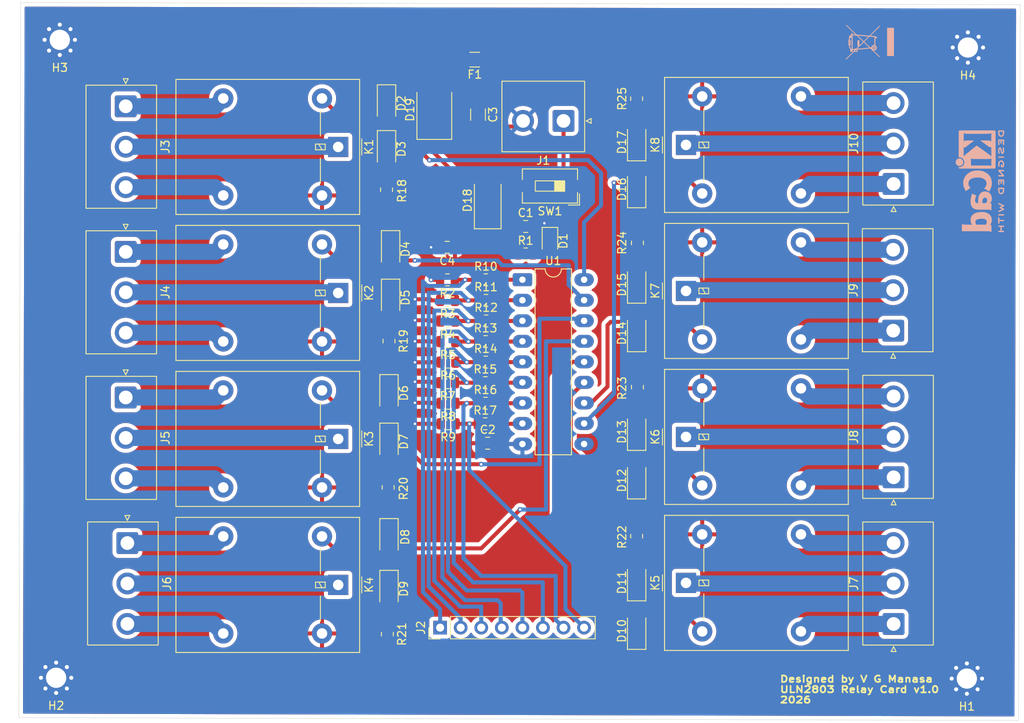
<source format=kicad_pcb>
(kicad_pcb (version 20241229) (generator "pcbnew") (generator_version "9.0")
  (layers (0 "F.Cu" signal) (2 "B.Cu" signal) (13 "F.Paste" user) (15 "B.Paste" user) (5 "F.SilkS" user "F.Silkscreen") (7 "B.SilkS" user "B.Silkscreen") (1 "F.Mask" user) (3 "B.Mask" user) (25 "Edge.Cuts" user))
  (net 0 "")
  (net 1 "VCC")
  (net 2 "GND")
  (net 3 "Net-(D1-A)")
  (net 4 "/O1")
  (net 5 "Net-(D3-A)")
  (net 6 "/O2")
  (net 7 "Net-(D5-A)")
  (net 8 "/O3")
  (net 9 "Net-(D7-A)")
  (net 10 "/O4")
  (net 11 "Net-(D9-A)")
  (net 12 "/O5")
  (net 13 "Net-(D11-A)")
  (net 14 "/O6")
  (net 15 "Net-(D13-A)")
  (net 16 "/O7")
  (net 17 "Net-(D15-A)")
  (net 18 "/O8")
  (net 19 "Net-(D17-A)")
  (net 20 "Net-(J1-Pin_1)")
  (net 21 "Net-(J2-Pin_5)")
  (net 22 "Net-(J2-Pin_4)")
  (net 23 "Net-(J2-Pin_6)")
  (net 24 "Net-(J2-Pin_8)")
  (net 25 "Net-(J2-Pin_7)")
  (net 26 "Net-(J2-Pin_2)")
  (net 27 "Net-(J2-Pin_1)")
  (net 28 "Net-(J2-Pin_3)")
  (net 29 "Net-(J3-Pin_3)")
  (net 30 "Net-(J3-Pin_2)")
  (net 31 "Net-(J3-Pin_1)")
  (net 32 "Net-(J4-Pin_3)")
  (net 33 "Net-(J4-Pin_1)")
  (net 34 "Net-(J4-Pin_2)")
  (net 35 "Net-(J5-Pin_1)")
  (net 36 "Net-(J5-Pin_3)")
  (net 37 "Net-(J5-Pin_2)")
  (net 38 "Net-(J6-Pin_2)")
  (net 39 "Net-(J6-Pin_1)")
  (net 40 "Net-(J6-Pin_3)")
  (net 41 "Net-(J7-Pin_2)")
  (net 42 "Net-(J7-Pin_3)")
  (net 43 "Net-(J7-Pin_1)")
  (net 44 "Net-(J8-Pin_2)")
  (net 45 "Net-(J8-Pin_3)")
  (net 46 "Net-(J8-Pin_1)")
  (net 47 "Net-(J9-Pin_1)")
  (net 48 "Net-(J9-Pin_2)")
  (net 49 "Net-(J9-Pin_3)")
  (net 50 "Net-(J10-Pin_2)")
  (net 51 "Net-(J10-Pin_3)")
  (net 52 "Net-(J10-Pin_1)")
  (net 53 "Net-(U1-I1)")
  (net 54 "Net-(U1-I2)")
  (net 55 "Net-(U1-I3)")
  (net 56 "Net-(U1-I4)")
  (net 57 "Net-(U1-I5)")
  (net 58 "Net-(U1-I6)")
  (net 59 "Net-(U1-I7)")
  (net 60 "Net-(U1-I8)")
  (net 61 "Net-(D18-A)")
  (net 62 "Net-(D18-K)")
  (footprint "Relay_THT:Relay_SPDT_Omron-G5LE-1" (layer "F.Cu") (at 164.8975 108.618571 90)
    (property "Reference" "K6")
    (property "Value" "G5LE-1")
  )
  (footprint "LED_SMD:LED_1206_3216Metric" (layer "F.Cu") (at 128.2 127.4 -90)
    (property "Reference" "D9")
    (property "Value" "LED")
  )
  (footprint "Diode_SMD:D_1206_3216Metric" (layer "F.Cu") (at 158.8 95.8 90)
    (property "Reference" "D14")
    (property "Value" "D_Small")
  )
  (footprint "Relay_THT:Relay_SPDT_Omron-G5LE-1" (layer "F.Cu") (at 121.925 108.868571 -90)
    (property "Reference" "K3")
    (property "Value" "G5LE-1")
  )
  (footprint "Diode_SMD:D_SMA" (layer "F.Cu") (at 140.4 79.375 90)
    (property "Reference" "D18")
    (property "Value" "1N5819")
  )
  (footprint "Resistor_SMD:R_0805_2012Metric" (layer "F.Cu") (at 135.425 89.2 180)
    (property "Reference" "R2")
    (property "Value" "10K")
  )
  (footprint "Relay_THT:Relay_SPDT_Omron-G5LE-1" (layer "F.Cu") (at 164.8975 90.568571 90)
    (property "Reference" "K7")
    (property "Value" "G5LE-1")
  )
  (footprint "Resistor_SMD:R_0805_2012Metric" (layer "F.Cu") (at 135.4625 94.285714 180)
    (property "Reference" "R4")
    (property "Value" "10K")
  )
  (footprint "Connector_JST:JST_NV_B02P-NV_1x02_P5.00mm_Vertical" (layer "F.Cu") (at 149.765 69.55 180)
    (property "Reference" "J1")
    (property "Value" "POWER")
  )
  (footprint "Diode_SMD:D_SMB" (layer "F.Cu") (at 133.8 68.175 90)
    (property "Reference" "D19")
    (property "Value" "SM6T10A")
  )
  (footprint "LED_SMD:LED_1206_3216Metric" (layer "F.Cu") (at 128.2 109.2 -90)
    (property "Reference" "D7")
    (property "Value" "LED")
  )
  (footprint "Connector_JST:JST_NV_B03P-NV_1x03_P5.00mm_Vertical" (layer "F.Cu") (at 95.675 85.741071 -90)
    (property "Reference" "J4")
    (property "Value" "NC CO NO")
  )
  (footprint "Resistor_SMD:R_0805_2012Metric" (layer "F.Cu") (at 135.475 96.828571 180)
    (property "Reference" "R5")
    (property "Value" "10K")
  )
  (footprint "Resistor_SMD:R_0805_2012Metric" (layer "F.Cu") (at 140.0875 107)
    (property "Reference" "R17")
    (property "Value" "10K")
  )
  (footprint "Connector_JST:JST_NV_B03P-NV_1x03_P5.00mm_Vertical" (layer "F.Cu") (at 95.675 103.741071 -90)
    (property "Reference" "J5")
    (property "Value" "NC CO NO")
  )
  (footprint "Resistor_SMD:R_0805_2012Metric" (layer "F.Cu") (at 128.2 96.768571 90)
    (property "Reference" "R19")
    (property "Value" "680E")
  )
  (footprint "LED_SMD:LED_1206_3216Metric" (layer "F.Cu") (at 158.8 72.2 90)
    (property "Reference" "D17")
    (property "Value" "LED")
  )
  (footprint "Connector_PinHeader_2.54mm:PinHeader_1x08_P2.54mm_Vertical" (layer "F.Cu") (at 134.52 132.2 90)
    (property "Reference" "J2")
    (property "Value" "INPUTS")
  )
  (footprint "Capacitor_SMD:C_0805_2012Metric" (layer "F.Cu") (at 145.0875 82.6)
    (property "Reference" "C1")
    (property "Value" "100nF")
  )
  (footprint "Diode_SMD:D_1206_3216Metric" (layer "F.Cu") (at 158.8 114 90)
    (property "Reference" "D12")
    (property "Value" "D_Small")
  )
  (footprint "Resistor_SMD:R_0805_2012Metric" (layer "F.Cu") (at 135.4875 99.371429 180)
    (property "Reference" "R6")
    (property "Value" "10K")
  )
  (footprint "Connector_JST:JST_NV_B03P-NV_1x03_P5.00mm_Vertical" (layer "F.Cu") (at 190.4975 95.479404 90)
    (property "Reference" "J9")
    (property "Value" "NC CO NO")
  )
  (footprint "Resistor_SMD:R_0805_2012Metric" (layer "F.Cu") (at 158.8 120.8875 -90)
    (property "Reference" "R22")
    (property "Value" "680E")
  )
  (footprint "Resistor_SMD:R_0805_2012Metric" (layer "F.Cu") (at 158.8975 102.462857 -90)
    (property "Reference" "R23")
    (property "Value" "680E")
  )
  (footprint "Relay_THT:Relay_SPDT_Omron-G5LE-1" (layer "F.Cu") (at 121.925 126.918571 -90)
    (property "Reference" "K4")
    (property "Value" "G5LE-1")
  )
  (footprint "Resistor_SMD:R_0805_2012Metric" (layer "F.Cu") (at 158.8975 84.631428 -90)
    (property "Reference" "R24")
    (property "Value" "680E")
  )
  (footprint "Connector_JST:JST_NV_B03P-NV_1x03_P5.00mm_Vertical" (layer "F.Cu") (at 95.875 121.741071 -90)
    (property "Reference" "J6")
    (property "Value" "NC CO NO")
  )
  (footprint "Diode_SMD:D_1206_3216Metric" (layer "F.Cu") (at 128.2 121 -90)
    (property "Reference" "D8")
    (property "Value" "D_Small")
  )
  (footprint "Relay_THT:Relay_SPDT_Omron-G5LE-1" (layer "F.Cu") (at 121.925 72.768571 -90)
    (property "Reference" "K1")
    (property "Value" "G5LE-1")
  )
  (footprint "MountingHole:MountingHole_2.5mm_Pad_Via" (layer "F.Cu") (at 87.525825 59.525825 180)
    (property "Reference" "H3")
    (property "Value" "MountingHole_Pad")
  )
  (footprint "Resistor_SMD:R_0805_2012Metric" (layer "F.Cu") (at 128 133 90)
    (property "Reference" "R21")
    (property "Value" "680E")
  )
  (footprint "Connector_JST:JST_NV_B03P-NV_1x03_P5.00mm_Vertical" (layer "F.Cu") (at 190.5475 131.746071 90)
    (property "Reference" "J7")
    (property "Value" "NC CO NO")
  )
  (footprint "Fuse:Fuse_1206_3216Metric" (layer "F.Cu") (at 138.8 61.975 180)
    (property "Reference" "F1")
    (property "Value" "Polyfuse_Small")
  )
  (footprint "Resistor_SMD:R_0805_2012Metric" (layer "F.Cu") (at 140.2 94.285714)
    (property "Reference" "R12")
    (property "Value" "10K")
  )
  (footprint "Resistor_SMD:R_0805_2012Metric" (layer "F.Cu") (at 140.183929 91.742857)
    (property "Reference" "R11")
    (property "Value" "10K")
  )
  (footprint "Resistor_SMD:R_0805_2012Metric" (layer "F.Cu") (at 135.4375 91.742857 180)
    (property "Reference" "R3")
    (property "Value" "10K")
  )
  (footprint "Resistor_SMD:R_0805_2012Metric" (layer "F.Cu") (at 158.8 66.8 -90)
    (property "Reference" "R25")
    (property "Value" "680E")
  )
  (footprint "LED_SMD:LED_1206_3216Metric" (layer "F.Cu") (at 158.8 108 90)
    (property "Reference" "D13")
    (property "Value" "LED")
  )
  (footprint "Capacitor_SMD:C_0805_2012Metric" (layer "F.Cu") (at 140.4 109.4)
    (property "Reference" "C2")
    (property "Value" "100uF")
  )
  (footprint "Resistor_SMD:R_0805_2012Metric" (layer "F.Cu") (at 140.151786 99.371429)
    (property "Reference" "R14")
    (property "Value" "10K")
  )
  (footprint "Diode_SMD:D_1206_3216Metric" (layer "F.Cu") (at 128.2 103.2 -90)
    (property "Reference" "D6")
    (property "Value" "D_Small")
  )
  (footprint "Resistor_SMD:R_0805_2012Metric" (layer "F.Cu") (at 140.135714 96.828571)
    (property "Reference" "R13")
    (property "Value" "10K")
  )
  (footprint "Diode_SMD:D_1206_3216Metric" (layer "F.Cu") (at 128.4 85.4 -90)
    (property "Reference" "D4")
    (property "Value" "D_Small")
  )
  (footprint "MountingHole:MountingHole_2.5mm_Pad_Via" (layer "F.Cu") (at 199.6 138.499889 180)
    (property "Reference" "H1")
    (property "Value" "MountingHole_Pad")
  )
  (footprint "Resistor_SMD:R_0805_2012Metric" (layer "F.Cu") (at 127.8975 78.056071 90)
    (property "Reference" "R18")
    (property "Value" "680E")
  )
  (footprint "Resistor_SMD:R_0805_2012Metric" (layer "F.Cu") (at 128.0975 114.856071 90)
    (property "Reference" "R20")
    (property "Value" "680E")
  )
  (footprint "MountingHole:MountingHole_2.5mm_Pad_Via" (layer "F.Cu") (at 199.725825 60.474175 180)
    (property "Reference" "H4")
    (property "Value" "MountingHole_Pad")
  )
  (footprint "Resistor_SMD:R_0805_2012Metric" (layer "F.Cu") (at 135.5125 107 180)
    (property "Reference" "R9")
    (property "Value" "10K")
  )
  (footprint "Connector_JST:JST_NV_B03P-NV_1x03_P5.00mm_Vertical" (layer "F.Cu") (at 95.675 67.741071 -90)
    (property "Reference" "J3")
    (property "Value" "NC CO NO")
  )
  (footprint "Relay_THT:Relay_SPDT_Omron-G5LE-1" (layer "F.Cu") (at 164.8975 126.668571 90)
    (property "Reference" "K5")
    (property "Value" "G5LE-1")
  )
  (footprint "Capacitor_SMD:C_0805_2012Metric" (layer "F.Cu") (at 135.4 85.175 180)
    (property "Reference" "C4")
    (property "Value" "100nF")
  )
  (footprint "Resistor_SMD:R_0805_2012Metric" (layer "F.Cu") (at 145.0875 86)
    (property "Reference" "R1")
    (property "Value" "680E")
  )
  (footprint "Resistor_SMD:R_0805_2012Metric" (layer "F.Cu") (at 135.5 104.457143 180)
    (property "Reference" "R8")
    (property "Value" "10K")
  )
  (footprint "Diode_SMD:D_1206_3216Metric" (layer "F.Cu") (at 127.8975 67.368571 -90)
    (property "Reference" "D2")
    (property "Value" "D_Small")
  )
  (footprint "Relay_THT:Relay_SPDT_Omron-G5LE-1" (layer "F.Cu") (at 121.925 90.818571 -90)
    (property "Reference" "K2")
    (property "Value" "G5LE-1")
  )
  (footprint "Resistor_SMD:R_0805_2012Metric" (layer "F.Cu") (at 140.103571 101.914286)
    (property "Reference" "R15")
    (property "Value" "10K")
  )
  (footprint "Resistor_SMD:R_0805_2012Metric" (layer "F.Cu") (at 135.45 101.914286 180)
    (property "Reference" "R7")
    (property "Value" "10K")
  )
  (footprint "Diode_SMD:D_1206_3216Metric" (layer "F.Cu") (at 158.8 78 90)
    (property "Reference" "D16")
    (property "Value" "D_Small")
  )
  (footprint "LED_SMD:LED_1206_3216Metric" (layer "F.Cu") (at 128.4 91.4 -90)
    (property "Reference" "D5")
    (property "Value" "LED")
  )
  (footprint "Connector_JST:JST_NV_B03P-NV_1x03_P5.00mm_Vertical" (layer "F.Cu") (at 190.5475 77.346071 90)
    (property "Reference" "J10")
    (property "Value" "NC CO NO")
  )
  (footprint "LED_SMD:LED_0805_2012Metric" (layer "F.Cu") (at 148.0875 84.4 -90)
    (property "Reference" "D1")
    (property "Value" "LED")
  )
  (footprint "MountingHole:MountingHole_2.5mm_Pad_Via" (layer "F.Cu") (at 87.075 138.4 180)
    (property "Reference" "H2")
    (property "Value" "MountingHole_Pad")
  )
  (footprint "Resistor_SMD:R_0805_2012Metric" (layer "F.Cu") (at 140.119643 104.457143)
    (property "Reference" "R16")
    (property "Value" "10K")
  )
  (footprint "Relay_THT:Relay_SPDT_Omron-G5LE-1" (layer "F.Cu") (at 164.8975 72.518571 90)
    (property "Reference" "K8")
    (property "Value" "G5LE-1")
  )
  (footprint "Capacitor_SMD:C_1206_3216Metric" (layer "F.Cu") (at 139.2 68.775 -90)
    (property "Reference" "C3")
    (property "Value" "47uF")
  )
  (footprint "LED_SMD:LED_1206_3216Metric" (layer "F.Cu") (at 158.8 89.8 90)
    (property "Reference" "D15")
    (property "Value" "LED")
  )
  (footprint "Connector_JST:JST_NV_B03P-NV_1x03_P5.00mm_Vertical" (layer "F.Cu") (at 190.5475 113.612738 90)
    (property "Reference" "J8")
    (property "Value" "NC CO NO")
  )
  (footprint "Button_Switch_SMD:SW_DIP_SPSTx01_Slide_6.7x4.1mm_W6.73mm_P2.54mm_LowProfile_JPin" (layer "F.Cu") (at 148.0875 77.6 180)
    (property "Reference" "SW1")
    (property "Value" "SW_SPST")
  )
  (footprint "LED_SMD:LED_1206_3216Metric" (layer "F.Cu") (at 127.8975 73.032321 -90)
    (property "Reference" "D3")
    (property "Value" "LED")
  )
  (footprint "Resistor_SMD:R_0805_2012Metric" (layer "F.Cu") (at 140.167857 89.2)
    (property "Reference" "R10")
    (property "Value" "10K")
  )
  (footprint "LED_SMD:LED_1206_3216Metric" (layer "F.Cu") (at 158.8 126.6 90)
    (property "Reference" "D11")
    (property "Value" "LED")
  )
  (footprint "Package_DIP:DIP-18_W7.62mm_LongPads" (layer "F.Cu") (at 144.6875 89.18)
    (property "Reference" "U1")
    (property "Value" "ULN2803A")
  )
  (footprint "Diode_SMD:D_1206_3216Metric" (layer "F.Cu") (at 158.8 132.6 90)
    (property "Reference" "D10")
    (property "Value" "D_Small")
  )
  (footprint "Symbol:KiCad-Logo2_5mm_SilkScreen" (layer "B.Cu") (at 201.2 77 -90)
    (property "Reference" "REF**" (hide yes))
    (property "Value" "KiCad-Logo2_5mm_SilkScreen" (hide yes))
  )
  (footprint "Symbol:WEEE-Logo_4.2x6mm_SilkScreen" (layer "B.Cu") (at 187.6 59.8 -90)
    (property "Reference" "REF**" (hide yes))
    (property "Value" "WEEE-Logo_4.2x6mm_SilkScreen" (hide yes))
  )
  (gr_line (start 205.981429 143.675714) (end 82.481429 143.325714) (stroke (width 0.05)) (layer "Edge.Cuts"))
  (gr_line (start 82.681429 54.925714) (end 206.181429 55.175714) (stroke (width 0.05)) (layer "Edge.Cuts"))
  (gr_line (start 206.181429 55.175714) (end 205.981429 143.675714) (stroke (width 0.05)) (layer "Edge.Cuts"))
  (gr_line (start 82.481429 143.325714) (end 82.686533 54.92589) (stroke (width 0.05)) (layer "Edge.Cuts"))
  (gr_text "Designed by V G Manasa\nULN2803 Relay Card v1.0\n2026\n" (at 176.4 141.6 0) (layer "F.SilkS") (effects (font (size 0.8 1) (thickness 0.2) (bold yes)) (justify left bottom)))
  (segment (start 131.4 101.8) (end 133.4 101.8) (width 0.5) (layer "F.Cu") (net 2))
  (segment (start 139.125 70.325) (end 139.2 70.25) (width 0.5) (layer "F.Cu") (net 2))
  (segment (start 131.4 94.2) (end 133.4 94.2) (width 0.5) (layer "F.Cu") (net 2))
  (segment (start 134.5125 89.2) (end 133.4 89.2) (width 0.5) (layer "F.Cu") (net 2))
  (segment (start 133.457143 91.742857) (end 134.525 91.742857) (width 0.5) (layer "F.Cu") (net 2))
  (segment (start 133.485714 94.285714) (end 134.55 94.285714) (width 0.5) (layer "F.Cu") (net 2))
  (segment (start 141.45 109.5) (end 141.35 109.4) (width 0.5) (layer "F.Cu") (net 2))
  (segment (start 148.0875 83.4625) (end 146.9 83.4625) (width 0.5) (layer "F.Cu") (net 2))
  (segment (start 133.457143 104.457143) (end 134.5875 104.457143) (width 0.5) (layer "F.Cu") (net 2))
  (segment (start 133.4 94.2) (end 133.485714 94.285714) (width 0.5) (layer "F.Cu") (net 2))
  (segment (start 133.8 70.325) (end 139.125 70.325) (width 0.5) (layer "F.Cu") (net 2))
  (segment (start 131.4 99.4) (end 133.4 99.4) (width 0.5) (layer "F.Cu") (net 2))
  (segment (start 134.45 85.175) (end 133.4 85.175) (width 0.5) (layer "F.Cu") (net 2))
  (segment (start 133.4 99.4) (end 133.428571 99.371429) (width 0.5) (layer "F.Cu") (net 2))
  (segment (start 133.314286 91.6) (end 133.457143 91.742857) (width 0.5) (layer "F.Cu") (net 2))
  (segment (start 147 82.6) (end 147.4 82.2) (width 0.5) (layer "F.Cu") (net 2))
  (segment (start 131.4 91.6) (end 133.314286 91.6) (width 0.5) (layer "F.Cu") (net 2))
  (segment (start 133.428571 99.371429) (end 134.575 99.371429) (width 0.5) (layer "F.Cu") (net 2))
  (segment (start 146.9 83.4625) (end 146.0375 82.6) (width 0.5) (layer "F.Cu") (net 2))
  (segment (start 131.4 104.4) (end 133.4 104.4) (width 0.5) (layer "F.Cu") (net 2))
  (segment (start 144.6875 109.5) (end 141.45 109.5) (width 0.5) (layer "F.Cu") (net 2))
  (segment (start 131.4 96.8) (end 133.4 96.8) (width 0.5) (layer "F.Cu") (net 2))
  (segment (start 133.514286 101.914286) (end 134.5375 101.914286) (width 0.5) (layer "F.Cu") (net 2))
  (segment (start 144.065 70.25) (end 144.765 69.55) (width 0.5) (layer "F.Cu") (net 2))
  (segment (start 133.4 101.8) (end 133.514286 101.914286) (width 0.5) (layer "F.Cu") (net 2))
  (segment (start 133.4 104.4) (end 133.457143 104.457143) (width 0.5) (layer "F.Cu") (net 2))
  (segment (start 139.2 70.25) (end 144.065 70.25) (width 0.5) (layer "F.Cu") (net 2))
  (segment (start 146.0375 82.6) (end 147 82.6) (width 0.5) (layer "F.Cu") (net 2))
  (segment (start 133.4 96.8) (end 133.428571 96.828571) (width 0.5) (layer "F.Cu") (net 2))
  (segment (start 133.428571 96.828571) (end 134.5625 96.828571) (width 0.5) (layer "F.Cu") (net 2))
  (segment (start 134.6 107) (end 131.4 107) (width 0.5) (layer "F.Cu") (net 2))
  (via (at 131.4 94.2) (size 0.6) (drill 0.3) (layers "F.Cu" "B.Cu") (net 2))
  (via (at 131.4 96.8) (size 0.6) (drill 0.3) (layers "F.Cu" "B.Cu") (net 2))
  (via (at 131.4 91.6) (size 0.6) (drill 0.3) (layers "F.Cu" "B.Cu") (net 2))
  (via (at 133.4 89.2) (size 0.6) (drill 0.3) (layers "F.Cu" "B.Cu") (net 2))
  (via (at 133.4 85.175) (size 0.6) (drill 0.3) (layers "F.Cu" "B.Cu") (net 2))
  (via (at 147.4 82.2) (size 0.6) (drill 0.3) (layers "F.Cu" "B.Cu") (net 2))
  (via (at 131.4 99.4) (size 0.6) (drill 0.3) (layers "F.Cu" "B.Cu") (net 2))
  (via (at 131.4 107) (size 0.6) (drill 0.3) (layers "F.Cu" "B.Cu") (net 2))
  (via (at 131.4 101.8) (size 0.6) (drill 0.3) (layers "F.Cu" "B.Cu") (net 2))
  (via (at 131.4 104.4) (size 0.6) (drill 0.3) (layers "F.Cu" "B.Cu") (net 2))
  (segment (start 148.0875 85.3375) (end 146.6625 85.3375) (width 0.5) (layer "F.Cu") (net 3))
  (segment (start 146.6625 85.3375) (end 146 86) (width 0.5) (layer "F.Cu") (net 3))
  (segment (start 127.8975 68.768571) (end 121.925 68.768571) (width 0.5) (layer "F.Cu") (net 4))
  (segment (start 130.432321 71.632321) (end 127.8975 71.632321) (width 0.5) (layer "F.Cu") (net 4))
  (segment (start 133.2 74.4) (end 130.432321 71.632321) (width 0.5) (layer "F.Cu") (net 4))
  (segment (start 121.925 68.768571) (end 119.925 66.768571) (width 0.5) (layer "F.Cu") (net 4))
  (segment (start 127.8975 71.632321) (end 127.8975 68.768571) (width 0.5) (layer "F.Cu") (net 4))
  (via (at 133.2 74.4) (size 0.6) (drill 0.3) (layers "F.Cu" "B.Cu") (net 4))
  (segment (start 154.4 76) (end 152.8 74.4) (width 0.5) (layer "B.Cu") (net 4))
  (segment (start 152.3075 89.18) (end 152.3075 82.0925) (width 0.5) (layer "B.Cu") (net 4))
  (segment (start 154.4 80) (end 154.4 76) (width 0.5) (layer "B.Cu") (net 4))
  (segment (start 152.3075 82.0925) (end 154.4 80) (width 0.5) (layer "B.Cu") (net 4))
  (segment (start 152.8 74.4) (end 133.2 74.4) (width 0.5) (layer "B.Cu") (net 4))
  (segment (start 127.8975 77.143571) (end 127.8975 74.432321) (width 0.5) (layer "F.Cu") (net 5))
  (segment (start 121.906429 86.8) (end 119.925 84.818571) (width 0.5) (layer "F.Cu") (net 6))
  (segment (start 128.4 86.8) (end 121.906429 86.8) (width 0.5) (layer "F.Cu") (net 6))
  (segment (start 128.4 90) (end 128.4 86.8) (width 0.5) (layer "F.Cu") (net 6))
  (segment (start 131.4 86.8) (end 128.4 86.8) (width 0.5) (layer "F.Cu") (net 6))
  (via (at 131.4 86.8) (size 0.6) (drill 0.3) (layers "F.Cu" "B.Cu") (net 6))
  (segment (start 150.4 89.8125) (end 150.4 87.4) (width 0.5) (layer "B.Cu") (net 6))
  (segment (start 152.3075 91.72) (end 150.4 89.8125) (width 0.5) (layer "B.Cu") (net 6))
  (segment (start 142.2 87.4) (end 141.6 86.8) (width 0.5) (layer "B.Cu") (net 6))
  (segment (start 141.6 86.8) (end 131.4 86.8) (width 0.5) (layer "B.Cu") (net 6))
  (segment (start 150.4 87.4) (end 142.2 87.4) (width 0.5) (layer "B.Cu") (net 6))
  (segment (start 128.2 93) (end 128.4 92.8) (width 0.5) (layer "F.Cu") (net 7))
  (segment (start 128.2 95.856071) (end 128.2 93) (width 0.5) (layer "F.Cu") (net 7))
  (segment (start 132.4 112) (end 128.2 107.8) (width 0.5) (layer "F.Cu") (net 8))
  (segment (start 128.2 104.6) (end 121.656429 104.6) (width 0.5) (layer "F.Cu") (net 8))
  (segment (start 128.2 107.8) (end 128.2 104.6) (width 0.5) (layer "F.Cu") (net 8))
  (segment (start 139.6 112) (end 132.4 112) (width 0.5) (layer "F.Cu") (net 8))
  (segment (start 128.6 105) (end 128.2 104.6) (width 0.5) (layer "F.Cu") (net 8))
  (segment (start 121.656429 104.6) (end 119.925 102.868571) (width 0.5) (layer "F.Cu") (net 8))
  (via (at 139.6 112) (size 0.6) (drill 0.3) (layers "F.Cu" "B.Cu") (net 8))
  (segment (start 152.3075 94.26) (end 152.0475 94) (width 0.5) (layer "B.Cu") (net 8))
  (segment (start 152.0475 94) (end 146.8 94) (width 0.5) (layer "B.Cu") (net 8))
  (segment (start 146.8 94) (end 146.8 112) (width 0.5) (layer "B.Cu") (net 8))
  (segment (start 146.8 112) (end 139.6 112) (width 0.5) (layer "B.Cu") (net 8))
  (segment (start 128.0975 113.943571) (end 128.0975 110.7025) (width 0.5) (layer "F.Cu") (net 9))
  (segment (start 128.0975 110.7025) (end 128.2 110.6) (width 0.5) (layer "F.Cu") (net 9))
  (segment (start 144.4 117.6) (end 139.6 122.4) (width 0.5) (layer "F.Cu") (net 10))
  (segment (start 128.2 126) (end 128.2 122.4) (width 0.5) (layer "F.Cu") (net 10))
  (segment (start 128.2 122.4) (end 121.406429 122.4) (width 0.5) (layer "F.Cu") (net 10))
  (segment (start 121.406429 122.4) (end 119.925 120.918571) (width 0.5) (layer "F.Cu") (net 10))
  (segment (start 139.6 122.4) (end 128.2 122.4) (width 0.5) (layer "F.Cu") (net 10))
  (via (at 144.4 117.6) (size 0.6) (drill 0.3) (layers "F.Cu" "B.Cu") (net 10))
  (segment (start 152.3075 96.8) (end 147.6 96.8) (width 0.5) (layer "B.Cu") (net 10))
  (segment (start 147.6 117.6) (end 144.4 117.6) (width 0.5) (layer "B.Cu") (net 10))
  (segment (start 147.6 96.8) (end 147.6 117.6) (width 0.5) (layer "B.Cu") (net 10))
  (segment (start 128 132.0875) (end 128 129) (width 0.5) (layer "F.Cu") (net 11))
  (segment (start 128 129) (end 128.2 128.8) (width 0.5) (layer "F.Cu") (net 11))
  (segment (start 165.428929 131.2) (end 166.8975 132.668571) (width 0.5) (layer "F.Cu") (net 12))
  (segment (start 148.8 101.4) (end 148.8 121.2) (width 0.5) (layer "F.Cu") (net 12))
  (segment (start 152.3075 99.34) (end 150.86 99.34) (width 0.5) (layer "F.Cu") (net 12))
  (segment (start 158.8 131.2) (end 165.428929 131.2) (width 0.5) (layer "F.Cu") (net 12))
  (segment (start 158.8 128) (end 158.8 131.2) (width 0.5) (layer "F.Cu") (net 12))
  (segment (start 148.8 121.2) (end 158.8 131.2) (width 0.5) (layer "F.Cu") (net 12))
  (segment (start 150.86 99.34) (end 148.8 101.4) (width 0.5) (layer "F.Cu") (net 12))
  (segment (start 158.8 121.8) (end 158.8 125.2) (width 0.5) (layer "F.Cu") (net 13))
  (segment (start 150.6565 103.531) (end 150.6565 110.018181) (width 0.5) (layer "F.Cu") (net 14))
  (segment (start 158.8 112.6) (end 164.878929 112.6) (width 0.5) (layer "F.Cu") (net 14))
  (segment (start 158.8 109.4) (end 158.8 112.6) (width 0.5) (layer "F.Cu") (net 14))
  (segment (start 150.6565 110.018181) (end 153.238319 112.6) (width 0.5) (layer "F.Cu") (net 14))
  (segment (start 152.3075 101.88) (end 150.6565 103.531) (width 0.5) (layer "F.Cu") (net 14))
  (segment (start 153.238319 112.6) (end 158.8 112.6) (width 0.5) (layer "F.Cu") (net 14))
  (segment (start 164.878929 112.6) (end 166.8975 114.618571) (width 0.5) (layer "F.Cu") (net 14))
  (segment (start 158.8975 103.375357) (end 158.8975 106.5025) (width 0.5) (layer "F.Cu") (net 15))
  (segment (start 158.8975 106.5025) (end 158.8 106.6) (width 0.5) (layer "F.Cu") (net 15))
  (segment (start 155.2 102.4) (end 155.2 94.8) (width 0.5) (layer "F.Cu") (net 16))
  (segment (start 158.8 94.4) (end 164.728929 94.4) (width 0.5) (layer "F.Cu") (net 16))
  (segment (start 153.18 104.42) (end 155.2 102.4) (width 0.5) (layer "F.Cu") (net 16))
  (segment (start 155.6 94.4) (end 158.8 94.4) (width 0.5) (layer "F.Cu") (net 16))
  (segment (start 155.2 94.8) (end 155.6 94.4) (width 0.5) (layer "F.Cu") (net 16))
  (segment (start 164.728929 94.4) (end 166.8975 96.568571) (width 0.5) (layer "F.Cu") (net 16))
  (segment (start 158.8 91.2) (end 158.8 94.4) (width 0.5) (layer "F.Cu") (net 16))
  (segment (start 152.3075 104.42) (end 153.18 104.42) (width 0.5) (layer "F.Cu") (net 16))
  (segment (start 158.8975 88.3025) (end 158.8 88.4) (width 0.5) (layer "F.Cu") (net 17))
  (segment (start 158.8975 85.543928) (end 158.8975 88.3025) (width 0.5) (layer "F.Cu") (net 17))
  (segment (start 156 77.2) (end 158.2 77.2) (width 0.5) (layer "F.Cu") (net 18))
  (segment (start 158.2 77.2) (end 158.8 76.6) (width 0.5) (layer "F.Cu") (net 18))
  (segment (start 158.8 73.6) (end 158.8 76.6) (width 0.5) (layer "F.Cu") (net 18))
  (segment (start 158.8 76.6) (end 164.978929 76.6) (width 0.5) (layer "F.Cu") (net 18))
  (segment (start 164.978929 76.6) (end 166.8975 78.518571) (width 0.5) (layer "F.Cu") (net 18))
  (via (at 156 77.2) (size 0.6) (drill 0.3) (layers "F.Cu" "B.Cu") (net 18))
  (segment (start 156 103.2675) (end 156 77.2) (width 0.5) (layer "B.Cu") (net 18))
  (segment (start 152.3075 106.96) (end 156 103.2675) (width 0.5) (layer "B.Cu") (net 18))
  (segment (start 158.8 67.7125) (end 158.8 70.8) (width 0.5) (layer "F.Cu") (net 19))
  (segment (start 151.4525 77.6) (end 149.765 75.9125) (width 0.5) (layer "F.Cu") (net 20))
  (segment (start 149.765 75.9125) (end 149.765 69.55) (width 0.5) (layer "F.Cu") (net 20))
  (segment (start 139.239286 99.371429) (end 137.8 99.371429) (width 0.5) (layer "F.Cu") (net 21))
  (segment (start 137.8 99.371429) (end 136.4 99.371429) (width 0.5) (layer "F.Cu") (net 21))
  (via (at 137.8 99.371429) (size 0.6) (drill 0.3) (layers "F.Cu" "B.Cu") (net 21))
  (segment (start 136.228571 97.8) (end 137.8 99.371429) (width 0.5) (layer "B.Cu") (net 21))
  (segment (start 137.8 127.6) (end 135.501 125.301) (width 0.5) (layer "B.Cu") (net 21))
  (segment (start 144.4 127.6) (end 137.8 127.6) (width 0.5) (layer "B.Cu") (net 21))
  (segment (start 135.501 97.8) (end 136.228571 97.8) (width 0.5) (layer "B.Cu") (net 21))
  (segment (start 135.501 125.301) (end 135.501 97.8) (width 0.5) (layer "B.Cu") (net 21))
  (segment (start 144.68 132.2) (end 144.68 127.88) (width 0.5) (layer "B.Cu") (net 21))
  (segment (start 144.68 127.88) (end 144.4 127.6) (width 0.5) (layer "B.Cu") (net 21))
  (segment (start 138 96.828571) (end 136.3875 96.828571) (width 0.5) (layer "F.Cu") (net 22))
  (segment (start 139.223214 96.828571) (end 138 96.828571) (width 0.5) (layer "F.Cu") (net 22))
  (via (at 138 96.828571) (size 0.6) (drill 0.3) (layers "F.Cu" "B.Cu") (net 22))
  (segment (start 142.14 132.2) (end 142 132.06) (width 0.5) (layer "B.Cu") (net 22))
  (segment (start 134.8 95.6) (end 136.771429 95.6) (width 0.5) (layer "B.Cu") (net 22))
  (segment (start 142 129.2) (end 141.6 128.8) (width 0.5) (layer "B.Cu") (net 22))
  (segment (start 134.8 126) (end 134.8 95.6) (width 0.5) (layer "B.Cu") (net 22))
  (segment (start 141.6 128.8) (end 137.6 128.8) (width 0.5) (layer "B.Cu") (net 22))
  (segment (start 136.771429 95.6) (end 138 96.828571) (width 0.5) (layer "B.Cu") (net 22))
  (segment (start 137.6 128.8) (end 134.8 126) (width 0.5) (layer "B.Cu") (net 22))
  (segment (start 142 132.06) (end 142 129.2) (width 0.5) (layer "B.Cu") (net 22))
  (segment (start 139.191071 101.914286) (end 137.8 101.914286) (width 0.5) (layer "F.Cu") (net 23))
  (segment (start 137.8 101.914286) (end 136.3625 101.914286) (width 0.5) (layer "F.Cu") (net 23))
  (via (at 137.8 101.914286) (size 0.6) (drill 0.3) (layers "F.Cu" "B.Cu") (net 23))
  (segment (start 136.202 100.6) (end 136.485714 100.6) (width 0.5) (layer "B.Cu") (net 23))
  (segment (start 147.22 132.2) (end 147.2 132.18) (width 0.5) (layer "B.Cu") (net 23))
  (segment (start 147.2 132.18) (end 147.2 126.6) (width 0.5) (layer "B.Cu") (net 23))
  (segment (start 136.202 124.202) (end 136.202 100.6) (width 0.5) (layer "B.Cu") (net 23))
  (segment (start 147.2 126.6) (end 138.6 126.6) (width 0.5) (layer "B.Cu") (net 23))
  (segment (start 136.485714 100.6) (end 137.8 101.914286) (width 0.5) (layer "B.Cu") (net 23))
  (segment (start 138.6 126.6) (end 136.202 124.202) (width 0.5) (layer "B.Cu") (net 23))
  (segment (start 139.175 107) (end 137.8 107) (width 0.5) (layer "F.Cu") (net 24))
  (segment (start 137.8 107) (end 136.425 107) (width 0.5) (layer "F.Cu") (net 24))
  (via (at 138.15 107) (size 0.6) (drill 0.3) (layers "F.Cu" "B.Cu") (net 24))
  (segment (start 152.3 132.2) (end 150 129.9) (width 0.5) (layer "B.Cu") (net 24))
  (segment (start 150 129.9) (end 150 124.6) (width 0.5) (layer "B.Cu") (net 24))
  (segment (start 150 124.6) (end 138.101 112.701) (width 0.5) (layer "B.Cu") (net 24))
  (segment (start 138.101 112.701) (end 138.101 107.049) (width 0.5) (layer "B.Cu") (net 24))
  (segment (start 138.101 107.049) (end 138.15 107) (width 0.5) (layer "B.Cu") (net 24))
  (segment (start 139.207143 104.457143) (end 137.8 104.457143) (width 0.5) (layer "F.Cu") (net 25))
  (segment (start 137.8 104.457143) (end 136.4125 104.457143) (width 0.5) (layer "F.Cu") (net 25))
  (via (at 137.8 104.457143) (size 0.6) (drill 0.3) (layers "F.Cu" "B.Cu") (net 25))
  (segment (start 139.6 125.8) (end 137.4 123.6) (width 0.5) (layer "B.Cu") (net 25))
  (segment (start 149.76 132.2) (end 148.8 131.24) (width 0.5) (layer "B.Cu") (net 25))
  (segment (start 148.8 131.24) (end 148.8 125.8) (width 0.5) (layer "B.Cu") (net 25))
  (segment (start 137.4 123.6) (end 137.4 104.857143) (width 0.5) (layer "B.Cu") (net 25))
  (segment (start 148.8 125.8) (end 139.6 125.8) (width 0.5) (layer "B.Cu") (net 25))
  (segment (start 137.4 104.857143) (end 137.8 104.457143) (width 0.5) (layer "B.Cu") (net 25))
  (segment (start 137.6 91.742857) (end 136.35 91.742857) (width 0.5) (layer "F.Cu") (net 26))
  (segment (start 139.271429 91.742857) (end 138 91.742857) (width 0.5) (layer "F.Cu") (net 26))
  (segment (start 138 91.742857) (end 137.6 91.742857) (width 0.5) (layer "F.Cu") (net 26))
  (via (at 138 91.742857) (size 0.6) (drill 0.3) (layers "F.Cu" "B.Cu") (net 26))
  (segment (start 137.06 131.06) (end 133.101 127.101) (width 0.5) (layer "B.Cu") (net 26))
  (segment (start 137.057143 90.8) (end 138 91.742857) (width 0.5) (layer "B.Cu") (net 26))
  (segment (start 133.101 127.101) (end 133.101 90.8) (width 0.5) (layer "B.Cu") (net 26))
  (segment (start 137.06 132.2) (end 137.06 131.06) (width 0.5) (layer "B.Cu") (net 26))
  (segment (start 133.101 90.8) (end 137.057143 90.8) (width 0.5) (layer "B.Cu") (net 26))
  (segment (start 137.6 89.2) (end 136.3375 89.2) (width 0.5) (layer "F.Cu") (net 27))
  (segment (start 139.255357 89.2) (end 137.6 89.2) (width 0.5) (layer "F.Cu") (net 27))
  (via (at 137.6 89.2) (size 0.6) (drill 0.3) (layers "F.Cu" "B.Cu") (net 27))
  (segment (start 132.4 89.4) (end 132.951 89.951) (width 0.5) (layer "B.Cu") (net 27))
  (segment (start 134.52 132.2) (end 134.52 129.92) (width 0.5) (layer "B.Cu") (net 27))
  (segment (start 136.849 89.951) (end 137.6 89.2) (width 0.5) (layer "B.Cu") (net 27))
  (segment (start 132.4 127.8) (end 132.4 89.4) (width 0.5) (layer "B.Cu") (net 27))
  (segment (start 132.951 89.951) (end 136.849 89.951) (width 0.5) (layer "B.Cu") (net 27))
  (segment (start 134.52 129.92) (end 132.4 127.8) (width 0.5) (layer "B.Cu") (net 27))
  (segment (start 138 94.285714) (end 136.375 94.285714) (width 0.5) (layer "F.Cu") (net 28))
  (segment (start 139.2875 94.285714) (end 138 94.285714) (width 0.5) (layer "F.Cu") (net 28))
  (via (at 138 94.285714) (size 0.6) (drill 0.3) (layers "F.Cu" "B.Cu") (net 28))
  (segment (start 133.802 93) (end 136.714286 93) (width 0.5) (layer "B.Cu") (net 28))
  (segment (start 137 129.6) (end 133.802 126.402) (width 0.5) (layer "B.Cu") (net 28))
  (segment (start 136.714286 93) (end 138 94.285714) (width 0.5) (layer "B.Cu") (net 28))
  (segment (start 139.6 129.6) (end 137 129.6) (width 0.5) (layer "B.Cu") (net 28))
  (segment (start 139.6 132.2) (end 139.6 129.6) (width 0.5) (layer "B.Cu") (net 28))
  (segment (start 133.802 126.402) (end 133.802 93) (width 0.5) (layer "B.Cu") (net 28))
  (segment (start 106.6975 77.741071) (end 107.725 78.768571) (width 2) (layer "B.Cu") (net 29))
  (segment (start 95.675 77.741071) (end 106.6975 77.741071) (width 2) (layer "B.Cu") (net 29))
  (segment (start 121.8975 72.741071) (end 121.925 72.768571) (width 2) (layer "B.Cu") (net 30))
  (segment (start 95.675 72.741071) (end 121.8975 72.741071) (width 2) (layer "B.Cu") (net 30))
  (segment (start 106.7525 67.741071) (end 107.725 66.768571) (width 2) (layer "B.Cu") (net 31))
  (segment (start 95.675 67.741071) (end 106.7525 67.741071) (width 2) (layer "B.Cu") (net 31))
  (segment (start 106.6475 95.741071) (end 107.725 96.818571) (width 2) (layer "B.Cu") (net 32))
  (segment (start 95.675 95.741071) (end 106.6475 95.741071) (width 2) (layer "B.Cu") (net 32))
  (segment (start 106.8025 85.741071) (end 107.725 84.818571) (width 2) (layer "B.Cu") (net 33))
  (segment (start 95.675 85.741071) (end 106.8025 85.741071) (width 2) (layer "B.Cu") (net 33))
  (segment (start 121.8475 90.741071) (end 121.925 90.818571) (width 2) (layer "B.Cu") (net 34))
  (segment (start 95.675 90.741071) (end 121.8475 90.741071) (width 2) (layer "B.Cu") (net 34))
  (segment (start 106.8525 103.741071) (end 107.725 102.868571) (width 2) (layer "B.Cu") (net 35))
  (segment (start 95.675 103.741071) (end 106.8525 103.741071) (width 2) (layer "B.Cu") (net 35))
  (segment (start 106.5975 113.741071) (end 107.725 114.868571) (width 2) (layer "B.Cu") (net 36))
  (segment (start 95.675 113.741071) (end 106.5975 113.741071) (width 2) (layer "B.Cu") (net 36))
  (segment (start 95.675 108.741071) (end 121.7975 108.741071) (width 2) (layer "B.Cu") (net 37))
  (segment (start 121.7975 108.741071) (end 121.925 108.868571) (width 2) (layer "B.Cu") (net 37))
  (segment (start 121.7475 126.741071) (end 121.925 126.918571) (width 2) (layer "B.Cu") (net 38))
  (segment (start 95.875 126.741071) (end 121.7475 126.741071) (width 2) (layer "B.Cu") (net 38))
  (segment (start 95.875 121.741071) (end 106.9025 121.741071) (width 2) (layer "B.Cu") (net 39))
  (segment (start 106.9025 121.741071) (end 107.725 120.918571) (width 2) (layer "B.Cu") (net 39))
  (segment (start 106.5475 131.741071) (end 107.725 132.918571) (width 2) (layer "B.Cu") (net 40))
  (segment (start 95.875 131.741071) (end 106.5475 131.741071) (width 2) (layer "B.Cu") (net 40))
  (segment (start 164.975 126.746071) (end 164.8975 126.668571) (width 2) (layer "B.Cu") (net 41))
  (segment (start 190.5475 126.746071) (end 164.975 126.746071) (width 2) (layer "B.Cu") (net 41))
  (segment (start 190.5475 121.746071) (end 180.175 121.746071) (width 2) (layer "B.Cu") (net 42))
  (segment (start 180.175 121.746071) (end 179.0975 120.668571) (width 2) (layer "B.Cu") (net 42))
  (segment (start 180.02 131.746071) (end 179.0975 132.668571) (width 2) (layer "B.Cu") (net 43))
  (segment (start 190.5475 131.746071) (end 180.02 131.746071) (width 2) (layer "B.Cu") (net 43))
  (segment (start 190.5475 108.612738) (end 164.903333 108.612738) (width 2) (layer "B.Cu") (net 44))
  (segment (start 164.903333 108.612738) (end 164.8975 108.618571) (width 2) (layer "B.Cu") (net 44))
  (segment (start 190.5475 103.612738) (end 180.091667 103.612738) (width 2) (layer "B.Cu") (net 45))
  (segment (start 180.091667 103.612738) (end 179.0975 102.618571) (width 2) (layer "B.Cu") (net 45))
  (segment (start 180.103333 113.612738) (end 179.0975 114.618571) (width 2) (layer "B.Cu") (net 46))
  (segment (start 190.5475 113.612738) (end 180.103333 113.612738) (width 2) (layer "B.Cu") (net 46))
  (segment (start 180.186667 95.479404) (end 179.0975 96.568571) (width 2) (layer "B.Cu") (net 47))
  (segment (start 190.4975 95.479404) (end 180.186667 95.479404) (width 2) (layer "B.Cu") (net 47))
  (segment (start 164.986667 90.479404) (end 164.8975 90.568571) (width 2) (layer "B.Cu") (net 48))
  (segment (start 190.4975 90.479404) (end 164.986667 90.479404) (width 2) (layer "B.Cu") (net 48))
  (segment (start 190.4975 85.479404) (end 180.008333 85.479404) (width 2) (layer "B.Cu") (net 49))
  (segment (start 180.008333 85.479404) (end 179.0975 84.568571) (width 2) (layer "B.Cu") (net 49))
  (segment (start 190.5475 72.346071) (end 165.07 72.346071) (width 2) (layer "B.Cu") (net 50))
  (segment (start 165.07 72.346071) (end 164.8975 72.518571) (width 2) (layer "B.Cu") (net 50))
  (segment (start 179.925 67.346071) (end 179.0975 66.518571) (width 2) (layer "B.Cu") (net 51))
  (segment (start 190.5475 67.346071) (end 179.925 67.346071) (width 2) (layer "B.Cu") (net 51))
  (segment (start 180.27 77.346071) (end 179.0975 78.518571) (width 2) (layer "B.Cu") (net 52))
  (segment (start 190.5475 77.346071) (end 180.27 77.346071) (width 2) (layer "B.Cu") (net 52))
  (segment (start 144.6875 89.18) (end 141.100357 89.18) (width 0.5) (layer "F.Cu") (net 53))
  (segment (start 141.100357 89.18) (end 141.080357 89.2) (width 0.5) (layer "F.Cu") (net 53))
  (segment (start 144.6875 91.72) (end 141.119286 91.72) (width 0.5) (layer "F.Cu") (net 54))
  (segment (start 141.119286 91.72) (end 141.096429 91.742857) (width 0.5) (layer "F.Cu") (net 54))
  (segment (start 144.661786 94.285714) (end 144.6875 94.26) (width 0.5) (layer "F.Cu") (net 55))
  (segment (start 141.1125 94.285714) (end 144.661786 94.285714) (width 0.5) (layer "F.Cu") (net 55))
  (segment (start 144.658929 96.828571) (end 144.6875 96.8) (width 0.5) (layer "F.Cu") (net 56))
  (segment (start 141.048214 96.828571) (end 144.658929 96.828571) (width 0.5) (layer "F.Cu") (net 56))
  (segment (start 141.064286 99.371429) (end 144.656071 99.371429) (width 0.5) (layer "F.Cu") (net 57))
  (segment (start 144.656071 99.371429) (end 144.6875 99.34) (width 0.5) (layer "F.Cu") (net 57))
  (segment (start 144.653214 101.914286) (end 144.6875 101.88) (width 0.5) (layer "F.Cu") (net 58))
  (segment (start 141.016071 101.914286) (end 144.653214 101.914286) (width 0.5) (layer "F.Cu") (net 58))
  (segment (start 144.650357 104.457143) (end 144.6875 104.42) (width 0.5) (layer "F.Cu") (net 59))
  (segment (start 141.032143 104.457143) (end 144.650357 104.457143) (width 0.5) (layer "F.Cu") (net 59))
  (segment (start 144.6475 107) (end 144.6875 106.96) (width 0.5) (layer "F.Cu") (net 60))
  (segment (start 141 107) (end 144.6475 107) (width 0.5) (layer "F.Cu") (net 60))
  (segment (start 144.4975 77.375) (end 144.7225 77.6) (width 0.5) (layer "F.Cu") (net 61))
  (segment (start 140.4 77.375) (end 144.4975 77.375) (width 0.5) (layer "F.Cu") (net 61))
  (segment (start 132.199 71.924) (end 140.4 80.125) (width 0.5) (layer "F.Cu") (net 62))
  (segment (start 133.8 66.025) (end 137.925 66.025) (width 0.5) (layer "F.Cu") (net 62))
  (segment (start 137.925 66.025) (end 139.2 67.3) (width 0.5) (layer "F.Cu") (net 62))
  (segment (start 142.9125 81.375) (end 144.1375 82.6) (width 0.5) (layer "F.Cu") (net 62))
  (segment (start 132.199 69.027708) (end 132.199 71.924) (width 0.5) (layer "F.Cu") (net 62))
  (segment (start 139.2 67.3) (end 133.926708 67.3) (width 0.5) (layer "F.Cu") (net 62))
  (segment (start 140.4 80.125) (end 140.4 81.375) (width 0.5) (layer "F.Cu") (net 62))
  (segment (start 140.4 81.375) (end 142.9125 81.375) (width 0.5) (layer "F.Cu") (net 62))
  (segment (start 144.1375 85.9625) (end 144.175 86) (width 0.5) (layer "F.Cu") (net 62))
  (segment (start 133.8 65.575) (end 133.8 66.025) (width 0.5) (layer "F.Cu") (net 62))
  (segment (start 144.1375 82.6) (end 144.1375 85.9625) (width 0.5) (layer "F.Cu") (net 62))
  (segment (start 133.926708 67.3) (end 132.199 69.027708) (width 0.5) (layer "F.Cu") (net 62))
  (segment (start 137.4 61.975) (end 133.8 65.575) (width 0.5) (layer "F.Cu") (net 62))
  (zone (net 1) (net_name "VCC") (layer "F.Cu") (connect_pads (clearance 0.5)) (min_thickness 0.25) (fill yes (thermal_gap 0.5) (thermal_bridge_width 0.5))
    (polygon (pts (xy 82 143.8) (xy 82.4 54.6) (xy 206.6 54.8) (xy 206.4 144)))
  )
  (zone (net 2) (net_name "GND") (layer "B.Cu") (priority 1) (connect_pads (clearance 0.5)) (min_thickness 0.25) (fill yes (thermal_gap 0.5) (thermal_bridge_width 0.5))
    (polygon (pts (xy 82 143.8) (xy 82.4 54.6) (xy 206.6 54.8) (xy 206.4 144)))
  )
)
</source>
